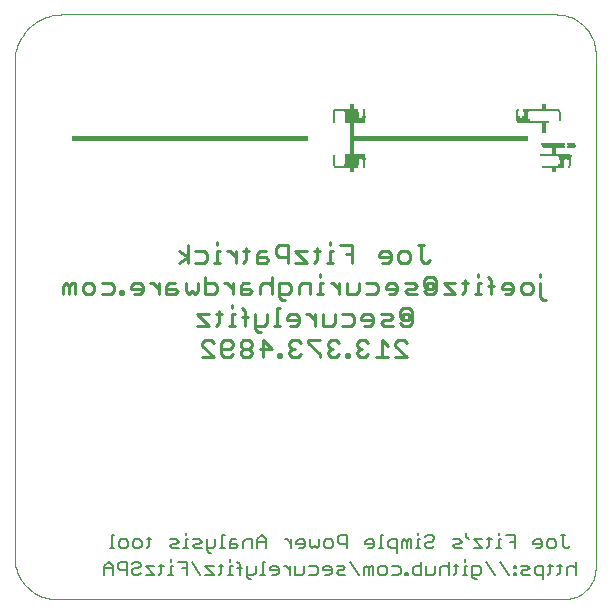
<source format=gbo>
G75*
%MOIN*%
%OFA0B0*%
%FSLAX24Y24*%
%IPPOS*%
%LPD*%
%AMOC8*
5,1,8,0,0,1.08239X$1,22.5*
%
%ADD10C,0.0000*%
%ADD11C,0.0060*%
%ADD12C,0.0110*%
%ADD13R,0.0150X0.0050*%
%ADD14R,0.0050X0.0050*%
%ADD15R,0.0750X0.0050*%
%ADD16R,0.0800X0.0050*%
%ADD17R,0.0100X0.0050*%
%ADD18R,0.0200X0.0050*%
%ADD19R,0.0500X0.0050*%
%ADD20R,0.0450X0.0050*%
%ADD21R,0.0400X0.0050*%
%ADD22R,0.0700X0.0050*%
%ADD23R,0.1000X0.0050*%
%ADD24R,0.0650X0.0050*%
%ADD25R,0.0300X0.0050*%
%ADD26R,0.0250X0.0050*%
%ADD27R,0.5950X0.0050*%
%ADD28R,0.7900X0.0050*%
%ADD29R,0.1050X0.0050*%
%ADD30R,0.1200X0.0050*%
D10*
X000637Y001594D02*
X000637Y018096D01*
X000639Y018174D01*
X000645Y018251D01*
X000654Y018328D01*
X000667Y018404D01*
X000684Y018480D01*
X000705Y018555D01*
X000729Y018628D01*
X000757Y018701D01*
X000789Y018772D01*
X000824Y018841D01*
X000862Y018908D01*
X000903Y018974D01*
X000948Y019037D01*
X000996Y019098D01*
X001046Y019157D01*
X001100Y019213D01*
X001156Y019267D01*
X001215Y019317D01*
X001276Y019365D01*
X001339Y019410D01*
X001405Y019451D01*
X001472Y019489D01*
X001541Y019524D01*
X001612Y019556D01*
X001685Y019584D01*
X001758Y019608D01*
X001833Y019629D01*
X001909Y019646D01*
X001985Y019659D01*
X002062Y019668D01*
X002139Y019674D01*
X002217Y019676D01*
X018684Y019676D01*
X018756Y019674D01*
X018827Y019668D01*
X018898Y019659D01*
X018968Y019645D01*
X019038Y019628D01*
X019106Y019607D01*
X019174Y019582D01*
X019240Y019554D01*
X019304Y019522D01*
X019366Y019487D01*
X019426Y019448D01*
X019485Y019406D01*
X019540Y019361D01*
X019594Y019313D01*
X019644Y019263D01*
X019692Y019209D01*
X019737Y019154D01*
X019779Y019095D01*
X019818Y019035D01*
X019853Y018973D01*
X019885Y018909D01*
X019913Y018843D01*
X019938Y018775D01*
X019959Y018707D01*
X019976Y018637D01*
X019990Y018567D01*
X019999Y018496D01*
X020005Y018425D01*
X020007Y018353D01*
X020007Y001246D01*
X020006Y001246D02*
X020004Y001182D01*
X019998Y001118D01*
X019989Y001054D01*
X019975Y000991D01*
X019958Y000929D01*
X019937Y000868D01*
X019912Y000808D01*
X019884Y000751D01*
X019852Y000695D01*
X019817Y000640D01*
X019779Y000589D01*
X019738Y000539D01*
X019694Y000492D01*
X019647Y000448D01*
X019597Y000407D01*
X019546Y000369D01*
X019491Y000334D01*
X019435Y000302D01*
X019378Y000274D01*
X019318Y000249D01*
X019257Y000228D01*
X019195Y000211D01*
X019132Y000197D01*
X019068Y000188D01*
X019004Y000182D01*
X018940Y000180D01*
X002051Y000180D01*
X001977Y000182D01*
X001903Y000188D01*
X001830Y000197D01*
X001757Y000211D01*
X001685Y000228D01*
X001614Y000249D01*
X001544Y000274D01*
X001476Y000302D01*
X001409Y000334D01*
X001344Y000369D01*
X001281Y000408D01*
X001220Y000450D01*
X001161Y000495D01*
X001105Y000543D01*
X001051Y000594D01*
X001000Y000648D01*
X000952Y000704D01*
X000907Y000763D01*
X000865Y000824D01*
X000826Y000887D01*
X000791Y000952D01*
X000759Y001019D01*
X000731Y001087D01*
X000706Y001157D01*
X000685Y001228D01*
X000668Y001300D01*
X000654Y001373D01*
X000645Y001446D01*
X000639Y001520D01*
X000637Y001594D01*
D11*
X003623Y001296D02*
X003623Y001002D01*
X003623Y001222D02*
X003916Y001222D01*
X003916Y001296D02*
X003770Y001442D01*
X003623Y001296D01*
X003916Y001296D02*
X003916Y001002D01*
X004083Y001222D02*
X004157Y001149D01*
X004377Y001149D01*
X004377Y001002D02*
X004377Y001442D01*
X004157Y001442D01*
X004083Y001369D01*
X004083Y001222D01*
X004544Y001149D02*
X004544Y001075D01*
X004617Y001002D01*
X004764Y001002D01*
X004837Y001075D01*
X004764Y001222D02*
X004617Y001222D01*
X004544Y001149D01*
X004544Y001369D02*
X004617Y001442D01*
X004764Y001442D01*
X004837Y001369D01*
X004837Y001296D01*
X004764Y001222D01*
X005004Y001296D02*
X005297Y001002D01*
X005004Y001002D01*
X005004Y001296D02*
X005297Y001296D01*
X005458Y001296D02*
X005604Y001296D01*
X005531Y001369D02*
X005531Y001075D01*
X005458Y001002D01*
X005765Y001002D02*
X005911Y001002D01*
X005838Y001002D02*
X005838Y001296D01*
X005911Y001296D01*
X005838Y001442D02*
X005838Y001516D01*
X006078Y001442D02*
X006372Y001442D01*
X006372Y001002D01*
X006372Y001222D02*
X006225Y001222D01*
X006539Y001442D02*
X006832Y001002D01*
X006999Y001002D02*
X007293Y001002D01*
X006999Y001296D01*
X007293Y001296D01*
X007453Y001296D02*
X007599Y001296D01*
X007526Y001369D02*
X007526Y001075D01*
X007453Y001002D01*
X007760Y001002D02*
X007906Y001002D01*
X007833Y001002D02*
X007833Y001296D01*
X007906Y001296D01*
X007833Y001442D02*
X007833Y001516D01*
X008067Y001442D02*
X008140Y001369D01*
X008140Y001002D01*
X008213Y001222D02*
X008067Y001222D01*
X008380Y001296D02*
X008380Y000929D01*
X008454Y000855D01*
X008527Y000855D01*
X008600Y001002D02*
X008380Y001002D01*
X008600Y001002D02*
X008674Y001075D01*
X008674Y001296D01*
X008907Y001442D02*
X008907Y001002D01*
X008834Y001002D02*
X008981Y001002D01*
X009147Y001149D02*
X009147Y001222D01*
X009221Y001296D01*
X009368Y001296D01*
X009441Y001222D01*
X009441Y001075D01*
X009368Y001002D01*
X009221Y001002D01*
X009147Y001149D02*
X009441Y001149D01*
X009604Y001296D02*
X009678Y001296D01*
X009825Y001149D01*
X009825Y001002D02*
X009825Y001296D01*
X009991Y001296D02*
X009991Y001002D01*
X010212Y001002D01*
X010285Y001075D01*
X010285Y001296D01*
X010452Y001296D02*
X010672Y001296D01*
X010745Y001222D01*
X010745Y001075D01*
X010672Y001002D01*
X010452Y001002D01*
X010912Y001149D02*
X011206Y001149D01*
X011206Y001222D02*
X011206Y001075D01*
X011132Y001002D01*
X010986Y001002D01*
X010912Y001149D02*
X010912Y001222D01*
X010986Y001296D01*
X011132Y001296D01*
X011206Y001222D01*
X011373Y001296D02*
X011593Y001296D01*
X011666Y001222D01*
X011593Y001149D01*
X011446Y001149D01*
X011373Y001075D01*
X011446Y001002D01*
X011666Y001002D01*
X012127Y001002D02*
X011833Y001442D01*
X011705Y001884D02*
X011705Y002324D01*
X011484Y002324D01*
X011411Y002251D01*
X011411Y002104D01*
X011484Y002031D01*
X011705Y002031D01*
X011244Y002104D02*
X011244Y001957D01*
X011171Y001884D01*
X011024Y001884D01*
X010951Y001957D01*
X010951Y002104D01*
X011024Y002178D01*
X011171Y002178D01*
X011244Y002104D01*
X010784Y002178D02*
X010784Y001957D01*
X010710Y001884D01*
X010637Y001957D01*
X010564Y001884D01*
X010490Y001957D01*
X010490Y002178D01*
X010323Y002104D02*
X010323Y001957D01*
X010250Y001884D01*
X010103Y001884D01*
X010030Y002031D02*
X010323Y002031D01*
X010323Y002104D02*
X010250Y002178D01*
X010103Y002178D01*
X010030Y002104D01*
X010030Y002031D01*
X009863Y002031D02*
X009716Y002178D01*
X009643Y002178D01*
X009863Y002178D02*
X009863Y001884D01*
X009019Y001884D02*
X009019Y002178D01*
X008872Y002324D01*
X008725Y002178D01*
X008725Y001884D01*
X008559Y001884D02*
X008559Y002178D01*
X008338Y002178D01*
X008265Y002104D01*
X008265Y001884D01*
X008098Y001957D02*
X008025Y002031D01*
X007805Y002031D01*
X007805Y002104D02*
X007805Y001884D01*
X008025Y001884D01*
X008098Y001957D01*
X008025Y002178D02*
X007878Y002178D01*
X007805Y002104D01*
X007638Y001884D02*
X007491Y001884D01*
X007564Y001884D02*
X007564Y002324D01*
X007638Y002324D01*
X007331Y002178D02*
X007331Y001957D01*
X007257Y001884D01*
X007037Y001884D01*
X007037Y001811D02*
X007111Y001737D01*
X007184Y001737D01*
X007037Y001811D02*
X007037Y002178D01*
X006870Y002104D02*
X006797Y002178D01*
X006577Y002178D01*
X006650Y002031D02*
X006577Y001957D01*
X006650Y001884D01*
X006870Y001884D01*
X006797Y002031D02*
X006870Y002104D01*
X006797Y002031D02*
X006650Y002031D01*
X006410Y002178D02*
X006337Y002178D01*
X006337Y001884D01*
X006410Y001884D02*
X006263Y001884D01*
X006103Y001884D02*
X005883Y001884D01*
X005810Y001957D01*
X005883Y002031D01*
X006030Y002031D01*
X006103Y002104D01*
X006030Y002178D01*
X005810Y002178D01*
X006337Y002324D02*
X006337Y002398D01*
X005182Y002178D02*
X005036Y002178D01*
X005109Y002251D02*
X005109Y001957D01*
X005036Y001884D01*
X004875Y001957D02*
X004875Y002104D01*
X004802Y002178D01*
X004655Y002178D01*
X004582Y002104D01*
X004582Y001957D01*
X004655Y001884D01*
X004802Y001884D01*
X004875Y001957D01*
X004415Y001957D02*
X004342Y001884D01*
X004195Y001884D01*
X004121Y001957D01*
X004121Y002104D01*
X004195Y002178D01*
X004342Y002178D01*
X004415Y002104D01*
X004415Y001957D01*
X003955Y001884D02*
X003808Y001884D01*
X003881Y001884D02*
X003881Y002324D01*
X003955Y002324D01*
X008725Y002104D02*
X009019Y002104D01*
X008981Y001442D02*
X008907Y001442D01*
X012293Y001222D02*
X012293Y001002D01*
X012440Y001002D02*
X012440Y001222D01*
X012367Y001296D01*
X012293Y001222D01*
X012440Y001222D02*
X012514Y001296D01*
X012587Y001296D01*
X012587Y001002D01*
X012754Y001075D02*
X012754Y001222D01*
X012827Y001296D01*
X012974Y001296D01*
X013047Y001222D01*
X013047Y001075D01*
X012974Y001002D01*
X012827Y001002D01*
X012754Y001075D01*
X013214Y001002D02*
X013434Y001002D01*
X013508Y001075D01*
X013508Y001222D01*
X013434Y001296D01*
X013214Y001296D01*
X013393Y001737D02*
X013393Y002178D01*
X013173Y002178D01*
X013099Y002104D01*
X013099Y001957D01*
X013173Y001884D01*
X013393Y001884D01*
X013560Y001884D02*
X013560Y002104D01*
X013633Y002178D01*
X013706Y002104D01*
X013706Y001884D01*
X013853Y001884D02*
X013853Y002178D01*
X013780Y002178D01*
X013706Y002104D01*
X014013Y001884D02*
X014160Y001884D01*
X014087Y001884D02*
X014087Y002178D01*
X014160Y002178D01*
X014087Y002324D02*
X014087Y002398D01*
X014327Y002251D02*
X014400Y002324D01*
X014547Y002324D01*
X014620Y002251D01*
X014620Y002178D01*
X014547Y002104D01*
X014400Y002104D01*
X014327Y002031D01*
X014327Y001957D01*
X014400Y001884D01*
X014547Y001884D01*
X014620Y001957D01*
X014198Y001442D02*
X014198Y001002D01*
X013978Y001002D01*
X013905Y001075D01*
X013905Y001222D01*
X013978Y001296D01*
X014198Y001296D01*
X014365Y001296D02*
X014365Y001002D01*
X014585Y001002D01*
X014659Y001075D01*
X014659Y001296D01*
X014826Y001222D02*
X014826Y001002D01*
X014826Y001222D02*
X014899Y001296D01*
X015046Y001296D01*
X015119Y001222D01*
X015279Y001296D02*
X015426Y001296D01*
X015353Y001369D02*
X015353Y001075D01*
X015279Y001002D01*
X015119Y001002D02*
X015119Y001442D01*
X015321Y001884D02*
X015248Y001957D01*
X015321Y002031D01*
X015468Y002031D01*
X015541Y002104D01*
X015468Y002178D01*
X015248Y002178D01*
X015321Y001884D02*
X015541Y001884D01*
X015771Y002178D02*
X015698Y002251D01*
X015698Y002398D01*
X015938Y002178D02*
X016232Y001884D01*
X015938Y001884D01*
X015938Y002178D02*
X016232Y002178D01*
X016392Y002178D02*
X016539Y002178D01*
X016465Y002251D02*
X016465Y001957D01*
X016392Y001884D01*
X016699Y001884D02*
X016846Y001884D01*
X016772Y001884D02*
X016772Y002178D01*
X016846Y002178D01*
X016772Y002324D02*
X016772Y002398D01*
X017012Y002324D02*
X017306Y002324D01*
X017306Y001884D01*
X017306Y002104D02*
X017159Y002104D01*
X016821Y001442D02*
X017114Y001002D01*
X017271Y001002D02*
X017344Y001002D01*
X017344Y001075D01*
X017271Y001075D01*
X017271Y001002D01*
X017271Y001222D02*
X017344Y001222D01*
X017344Y001296D01*
X017271Y001296D01*
X017271Y001222D01*
X017511Y001296D02*
X017731Y001296D01*
X017805Y001222D01*
X017731Y001149D01*
X017585Y001149D01*
X017511Y001075D01*
X017585Y001002D01*
X017805Y001002D01*
X017972Y001075D02*
X017972Y001222D01*
X018045Y001296D01*
X018265Y001296D01*
X018265Y000855D01*
X018265Y001002D02*
X018045Y001002D01*
X017972Y001075D01*
X018425Y001002D02*
X018499Y001075D01*
X018499Y001369D01*
X018572Y001296D02*
X018425Y001296D01*
X018732Y001296D02*
X018879Y001296D01*
X018806Y001369D02*
X018806Y001075D01*
X018732Y001002D01*
X019046Y001002D02*
X019046Y001222D01*
X019119Y001296D01*
X019266Y001296D01*
X019339Y001222D01*
X019339Y001442D02*
X019339Y001002D01*
X019074Y001884D02*
X019001Y001884D01*
X018927Y001957D01*
X018927Y002324D01*
X018854Y002324D02*
X019001Y002324D01*
X018687Y002104D02*
X018687Y001957D01*
X018614Y001884D01*
X018467Y001884D01*
X018394Y001957D01*
X018394Y002104D01*
X018467Y002178D01*
X018614Y002178D01*
X018687Y002104D01*
X019074Y001884D02*
X019148Y001957D01*
X018227Y001957D02*
X018227Y002104D01*
X018153Y002178D01*
X018007Y002178D01*
X017933Y002104D01*
X017933Y002031D01*
X018227Y002031D01*
X018227Y001957D02*
X018153Y001884D01*
X018007Y001884D01*
X016654Y001002D02*
X016360Y001442D01*
X016193Y001222D02*
X016193Y001075D01*
X016120Y001002D01*
X015900Y001002D01*
X015900Y000929D02*
X015900Y001296D01*
X016120Y001296D01*
X016193Y001222D01*
X016047Y000855D02*
X015973Y000855D01*
X015900Y000929D01*
X015733Y001002D02*
X015586Y001002D01*
X015660Y001002D02*
X015660Y001296D01*
X015733Y001296D01*
X015660Y001442D02*
X015660Y001516D01*
X013738Y001075D02*
X013665Y001075D01*
X013665Y001002D01*
X013738Y001002D01*
X013738Y001075D01*
X012932Y001884D02*
X012786Y001884D01*
X012859Y001884D02*
X012859Y002324D01*
X012932Y002324D01*
X012625Y002104D02*
X012625Y001957D01*
X012552Y001884D01*
X012405Y001884D01*
X012332Y002031D02*
X012625Y002031D01*
X012625Y002104D02*
X012552Y002178D01*
X012405Y002178D01*
X012332Y002104D01*
X012332Y002031D01*
D12*
X012333Y008245D02*
X012136Y008245D01*
X012038Y008343D01*
X012038Y008442D01*
X012136Y008540D01*
X012235Y008540D01*
X012136Y008540D02*
X012038Y008639D01*
X012038Y008737D01*
X012136Y008836D01*
X012333Y008836D01*
X012432Y008737D01*
X012432Y008343D02*
X012333Y008245D01*
X012682Y008245D02*
X013076Y008245D01*
X012879Y008245D02*
X012879Y008836D01*
X013076Y008639D01*
X013327Y008639D02*
X013327Y008737D01*
X013425Y008836D01*
X013622Y008836D01*
X013721Y008737D01*
X013327Y008639D02*
X013721Y008245D01*
X013327Y008245D01*
X013237Y009295D02*
X012942Y009295D01*
X012844Y009393D01*
X012942Y009492D01*
X013139Y009492D01*
X013237Y009590D01*
X013139Y009689D01*
X012844Y009689D01*
X012593Y009590D02*
X012593Y009393D01*
X012494Y009295D01*
X012297Y009295D01*
X012199Y009492D02*
X012593Y009492D01*
X012593Y009590D02*
X012494Y009689D01*
X012297Y009689D01*
X012199Y009590D01*
X012199Y009492D01*
X011948Y009590D02*
X011948Y009393D01*
X011850Y009295D01*
X011555Y009295D01*
X011304Y009393D02*
X011205Y009295D01*
X010910Y009295D01*
X010910Y009689D01*
X010659Y009689D02*
X010659Y009295D01*
X010659Y009492D02*
X010462Y009689D01*
X010364Y009689D01*
X010122Y009590D02*
X010122Y009393D01*
X010024Y009295D01*
X009827Y009295D01*
X009728Y009492D02*
X010122Y009492D01*
X010122Y009590D02*
X010024Y009689D01*
X009827Y009689D01*
X009728Y009590D01*
X009728Y009492D01*
X009477Y009295D02*
X009281Y009295D01*
X009379Y009295D02*
X009379Y009886D01*
X009477Y009886D01*
X009558Y010148D02*
X009460Y010247D01*
X009460Y010739D01*
X009755Y010739D01*
X009853Y010640D01*
X009853Y010443D01*
X009755Y010345D01*
X009460Y010345D01*
X009558Y010148D02*
X009657Y010148D01*
X010104Y010345D02*
X010104Y010640D01*
X010203Y010739D01*
X010498Y010739D01*
X010498Y010345D01*
X010731Y010345D02*
X010928Y010345D01*
X010829Y010345D02*
X010829Y010739D01*
X010928Y010739D01*
X010829Y010936D02*
X010829Y011034D01*
X011170Y010739D02*
X011268Y010739D01*
X011465Y010542D01*
X011465Y010345D02*
X011465Y010739D01*
X011716Y010739D02*
X011716Y010345D01*
X012011Y010345D01*
X012109Y010443D01*
X012109Y010739D01*
X012360Y010739D02*
X012655Y010739D01*
X012754Y010640D01*
X012754Y010443D01*
X012655Y010345D01*
X012360Y010345D01*
X013005Y010542D02*
X013398Y010542D01*
X013398Y010640D02*
X013300Y010739D01*
X013103Y010739D01*
X013005Y010640D01*
X013005Y010542D01*
X013103Y010345D02*
X013300Y010345D01*
X013398Y010443D01*
X013398Y010640D01*
X013649Y010739D02*
X013945Y010739D01*
X014043Y010640D01*
X013945Y010542D01*
X013748Y010542D01*
X013649Y010443D01*
X013748Y010345D01*
X014043Y010345D01*
X014294Y010443D02*
X014392Y010345D01*
X014589Y010345D01*
X014688Y010443D01*
X014688Y010837D01*
X014589Y010936D01*
X014392Y010936D01*
X014294Y010837D01*
X014294Y010640D01*
X014392Y010542D01*
X014392Y010739D01*
X014589Y010739D01*
X014589Y010542D01*
X014392Y010542D01*
X014938Y010739D02*
X015332Y010345D01*
X014938Y010345D01*
X014938Y010739D02*
X015332Y010739D01*
X015565Y010739D02*
X015762Y010739D01*
X015663Y010837D02*
X015663Y010443D01*
X015565Y010345D01*
X015995Y010345D02*
X016191Y010345D01*
X016093Y010345D02*
X016093Y010739D01*
X016191Y010739D01*
X016093Y010936D02*
X016093Y011034D01*
X016424Y010936D02*
X016523Y010837D01*
X016523Y010345D01*
X016621Y010640D02*
X016424Y010640D01*
X016872Y010640D02*
X016872Y010542D01*
X017266Y010542D01*
X017266Y010640D02*
X017167Y010739D01*
X016970Y010739D01*
X016872Y010640D01*
X016970Y010345D02*
X017167Y010345D01*
X017266Y010443D01*
X017266Y010640D01*
X017517Y010640D02*
X017517Y010443D01*
X017615Y010345D01*
X017812Y010345D01*
X017910Y010443D01*
X017910Y010640D01*
X017812Y010739D01*
X017615Y010739D01*
X017517Y010640D01*
X018143Y010739D02*
X018143Y010247D01*
X018242Y010148D01*
X018340Y010148D01*
X018143Y010936D02*
X018143Y011034D01*
X014473Y011493D02*
X014374Y011395D01*
X014276Y011395D01*
X014177Y011493D01*
X014177Y011986D01*
X014079Y011986D02*
X014276Y011986D01*
X013828Y011690D02*
X013828Y011493D01*
X013730Y011395D01*
X013533Y011395D01*
X013434Y011493D01*
X013434Y011690D01*
X013533Y011789D01*
X013730Y011789D01*
X013828Y011690D01*
X013184Y011690D02*
X013184Y011493D01*
X013085Y011395D01*
X012888Y011395D01*
X012790Y011592D02*
X013184Y011592D01*
X013184Y011690D02*
X013085Y011789D01*
X012888Y011789D01*
X012790Y011690D01*
X012790Y011592D01*
X011894Y011690D02*
X011698Y011690D01*
X011894Y011395D02*
X011894Y011986D01*
X011501Y011986D01*
X011250Y011789D02*
X011152Y011789D01*
X011152Y011395D01*
X011250Y011395D02*
X011053Y011395D01*
X010722Y011493D02*
X010722Y011887D01*
X010820Y011789D02*
X010623Y011789D01*
X010391Y011789D02*
X009997Y011789D01*
X010391Y011395D01*
X009997Y011395D01*
X009746Y011395D02*
X009746Y011986D01*
X009451Y011986D01*
X009352Y011887D01*
X009352Y011690D01*
X009451Y011592D01*
X009746Y011592D01*
X009101Y011493D02*
X009003Y011592D01*
X008708Y011592D01*
X008708Y011690D02*
X008708Y011395D01*
X009003Y011395D01*
X009101Y011493D01*
X009003Y011789D02*
X008806Y011789D01*
X008708Y011690D01*
X008457Y011789D02*
X008260Y011789D01*
X008358Y011887D02*
X008358Y011493D01*
X008260Y011395D01*
X008027Y011395D02*
X008027Y011789D01*
X008027Y011592D02*
X007830Y011789D01*
X007732Y011789D01*
X007490Y011789D02*
X007392Y011789D01*
X007392Y011395D01*
X007490Y011395D02*
X007293Y011395D01*
X007060Y011493D02*
X006962Y011395D01*
X006667Y011395D01*
X007060Y011493D02*
X007060Y011690D01*
X006962Y011789D01*
X006667Y011789D01*
X006416Y011986D02*
X006416Y011395D01*
X006416Y011592D02*
X006121Y011789D01*
X006416Y011592D02*
X006121Y011395D01*
X005995Y010739D02*
X005798Y010739D01*
X005700Y010640D01*
X005700Y010345D01*
X005995Y010345D01*
X006094Y010443D01*
X005995Y010542D01*
X005700Y010542D01*
X005449Y010542D02*
X005252Y010739D01*
X005154Y010739D01*
X004912Y010640D02*
X004813Y010739D01*
X004617Y010739D01*
X004518Y010640D01*
X004518Y010542D01*
X004912Y010542D01*
X004912Y010640D02*
X004912Y010443D01*
X004813Y010345D01*
X004617Y010345D01*
X004267Y010345D02*
X004169Y010345D01*
X004169Y010443D01*
X004267Y010443D01*
X004267Y010345D01*
X003945Y010443D02*
X003847Y010345D01*
X003551Y010345D01*
X003945Y010443D02*
X003945Y010640D01*
X003847Y010739D01*
X003551Y010739D01*
X003300Y010640D02*
X003300Y010443D01*
X003202Y010345D01*
X003005Y010345D01*
X002907Y010443D01*
X002907Y010640D01*
X003005Y010739D01*
X003202Y010739D01*
X003300Y010640D01*
X002656Y010739D02*
X002656Y010345D01*
X002459Y010345D02*
X002459Y010640D01*
X002361Y010739D01*
X002262Y010640D01*
X002262Y010345D01*
X002459Y010640D02*
X002558Y010739D01*
X002656Y010739D01*
X005449Y010739D02*
X005449Y010345D01*
X006344Y010443D02*
X006344Y010739D01*
X006344Y010443D02*
X006443Y010345D01*
X006541Y010443D01*
X006640Y010345D01*
X006738Y010443D01*
X006738Y010739D01*
X006989Y010739D02*
X007284Y010739D01*
X007383Y010640D01*
X007383Y010443D01*
X007284Y010345D01*
X006989Y010345D01*
X006989Y010936D01*
X007625Y010739D02*
X007723Y010739D01*
X007920Y010542D01*
X007920Y010345D02*
X007920Y010739D01*
X008171Y010640D02*
X008171Y010345D01*
X008466Y010345D01*
X008564Y010443D01*
X008466Y010542D01*
X008171Y010542D01*
X008171Y010640D02*
X008269Y010739D01*
X008466Y010739D01*
X008815Y010640D02*
X008815Y010345D01*
X008815Y010640D02*
X008914Y010739D01*
X009110Y010739D01*
X009209Y010640D01*
X009209Y010345D02*
X009209Y010936D01*
X008206Y009886D02*
X008305Y009787D01*
X008305Y009295D01*
X007973Y009295D02*
X007777Y009295D01*
X007875Y009295D02*
X007875Y009689D01*
X007973Y009689D01*
X007875Y009886D02*
X007875Y009984D01*
X007544Y009689D02*
X007347Y009689D01*
X007445Y009787D02*
X007445Y009393D01*
X007347Y009295D01*
X007114Y009295D02*
X006720Y009295D01*
X006720Y009689D02*
X007114Y009295D01*
X007114Y009689D02*
X006720Y009689D01*
X006980Y008836D02*
X007177Y008836D01*
X007275Y008737D01*
X007526Y008737D02*
X007526Y008343D01*
X007624Y008245D01*
X007821Y008245D01*
X007920Y008343D01*
X007821Y008540D02*
X007526Y008540D01*
X007526Y008737D02*
X007624Y008836D01*
X007821Y008836D01*
X007920Y008737D01*
X007920Y008639D01*
X007821Y008540D01*
X008171Y008442D02*
X008171Y008343D01*
X008269Y008245D01*
X008466Y008245D01*
X008564Y008343D01*
X008564Y008442D01*
X008466Y008540D01*
X008269Y008540D01*
X008171Y008442D01*
X008269Y008540D02*
X008171Y008639D01*
X008171Y008737D01*
X008269Y008836D01*
X008466Y008836D01*
X008564Y008737D01*
X008564Y008639D01*
X008466Y008540D01*
X008815Y008540D02*
X009209Y008540D01*
X008914Y008836D01*
X008914Y008245D01*
X009433Y008245D02*
X009531Y008245D01*
X009531Y008343D01*
X009433Y008343D01*
X009433Y008245D01*
X009782Y008343D02*
X009880Y008245D01*
X010077Y008245D01*
X010176Y008343D01*
X009979Y008540D02*
X009880Y008540D01*
X009782Y008442D01*
X009782Y008343D01*
X009880Y008540D02*
X009782Y008639D01*
X009782Y008737D01*
X009880Y008836D01*
X010077Y008836D01*
X010176Y008737D01*
X010427Y008737D02*
X010820Y008343D01*
X010820Y008245D01*
X011071Y008343D02*
X011170Y008245D01*
X011366Y008245D01*
X011465Y008343D01*
X011689Y008343D02*
X011689Y008245D01*
X011787Y008245D01*
X011787Y008343D01*
X011689Y008343D01*
X011465Y008737D02*
X011366Y008836D01*
X011170Y008836D01*
X011071Y008737D01*
X011071Y008639D01*
X011170Y008540D01*
X011071Y008442D01*
X011071Y008343D01*
X011170Y008540D02*
X011268Y008540D01*
X010820Y008836D02*
X010427Y008836D01*
X010427Y008737D01*
X011304Y009393D02*
X011304Y009689D01*
X011555Y009689D02*
X011850Y009689D01*
X011948Y009590D01*
X013488Y009590D02*
X013587Y009492D01*
X013587Y009689D01*
X013783Y009689D01*
X013783Y009492D01*
X013587Y009492D01*
X013488Y009590D02*
X013488Y009787D01*
X013587Y009886D01*
X013783Y009886D01*
X013882Y009787D01*
X013882Y009393D01*
X013783Y009295D01*
X013587Y009295D01*
X013488Y009393D01*
X010722Y011493D02*
X010623Y011395D01*
X011152Y011986D02*
X011152Y012084D01*
X009048Y009689D02*
X009048Y009393D01*
X008949Y009295D01*
X008654Y009295D01*
X008654Y009197D02*
X008752Y009098D01*
X008851Y009098D01*
X008654Y009197D02*
X008654Y009689D01*
X008403Y009590D02*
X008206Y009590D01*
X006980Y008836D02*
X006882Y008737D01*
X006882Y008639D01*
X007275Y008245D01*
X006882Y008245D01*
X007392Y011986D02*
X007392Y012084D01*
D13*
X011874Y014448D03*
X011874Y014498D03*
X011874Y014548D03*
X012274Y014848D03*
X011874Y015048D03*
X011874Y015098D03*
X011874Y015148D03*
X011874Y015198D03*
X011874Y015248D03*
X011874Y015298D03*
X011874Y015348D03*
X011874Y015398D03*
X011874Y015448D03*
X011874Y015648D03*
X011874Y015698D03*
X011874Y015748D03*
X011874Y015798D03*
X011874Y015848D03*
X011874Y015898D03*
X011874Y015948D03*
X011874Y015998D03*
X011874Y016048D03*
X012274Y016248D03*
X011874Y016548D03*
X011874Y016598D03*
X011874Y016648D03*
X017424Y016248D03*
X017674Y016298D03*
X017674Y016348D03*
X017674Y016398D03*
X018274Y016548D03*
X018274Y016598D03*
X018274Y016648D03*
X018274Y016048D03*
X018274Y015998D03*
X018274Y015948D03*
X018274Y015898D03*
X018274Y015848D03*
X018274Y015798D03*
X018274Y015748D03*
X018624Y015198D03*
X018624Y015148D03*
X018624Y015098D03*
X018624Y015048D03*
X018874Y014798D03*
X018874Y014748D03*
X018874Y014698D03*
X018624Y014548D03*
X018624Y014498D03*
X018624Y014448D03*
X019124Y014848D03*
D14*
X019124Y014598D03*
X018824Y016148D03*
X018824Y016198D03*
X018824Y016248D03*
X018824Y016298D03*
X018824Y016348D03*
X018824Y016398D03*
X017424Y016498D03*
X012274Y016498D03*
X011274Y016398D03*
X011274Y016348D03*
X011274Y016298D03*
X011274Y016248D03*
X011274Y016198D03*
X011274Y016148D03*
X011274Y016098D03*
X011274Y014948D03*
X011274Y014898D03*
X011274Y014848D03*
X011274Y014798D03*
X011274Y014748D03*
X011274Y014698D03*
X012274Y014598D03*
D15*
X018574Y014598D03*
X018624Y015248D03*
X018574Y015298D03*
D16*
X018599Y015348D03*
X011699Y014598D03*
X011699Y016498D03*
D17*
X011299Y016448D03*
X012299Y016448D03*
X012299Y016398D03*
X012299Y016348D03*
X012299Y016298D03*
X012299Y014798D03*
X012299Y014748D03*
X012299Y014698D03*
X012299Y014648D03*
X011299Y014648D03*
X017399Y016298D03*
X017399Y016348D03*
X017399Y016398D03*
X017399Y016448D03*
X018799Y016448D03*
X019149Y014798D03*
X019149Y014748D03*
X019149Y014698D03*
X019149Y014648D03*
D18*
X018849Y014648D03*
X018899Y014848D03*
X017649Y016248D03*
X017699Y016448D03*
D19*
X011899Y016248D03*
X011849Y016448D03*
X011899Y014848D03*
X011849Y014648D03*
D20*
X011874Y014698D03*
X011874Y014748D03*
X011874Y014798D03*
X011874Y016298D03*
X011874Y016348D03*
X011874Y016398D03*
X017574Y016148D03*
X018974Y014948D03*
D21*
X018999Y014898D03*
X017549Y016198D03*
D22*
X011999Y016198D03*
X011999Y016148D03*
X011999Y014948D03*
X011999Y014898D03*
D23*
X018649Y014998D03*
D24*
X011974Y014998D03*
X011974Y016098D03*
D25*
X019199Y015348D03*
X019199Y015248D03*
D26*
X019224Y015298D03*
D27*
X014774Y015498D03*
X014774Y015548D03*
X014774Y015598D03*
D28*
X006499Y015598D03*
X006499Y015548D03*
X006499Y015498D03*
D29*
X017924Y016098D03*
D30*
X018199Y016498D03*
M02*

</source>
